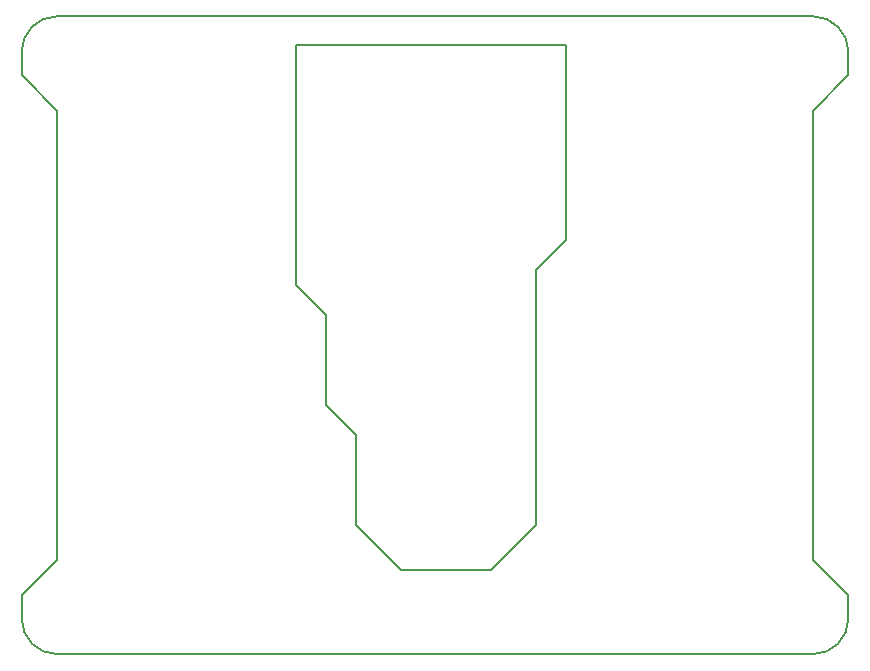
<source format=gbr>
G04 #@! TF.FileFunction,Profile,NP*
%FSLAX46Y46*%
G04 Gerber Fmt 4.6, Leading zero omitted, Abs format (unit mm)*
G04 Created by KiCad (PCBNEW 4.0.6) date 04/01/17 10:49:54*
%MOMM*%
%LPD*%
G01*
G04 APERTURE LIST*
%ADD10C,0.100000*%
%ADD11C,0.150000*%
G04 APERTURE END LIST*
D10*
D11*
X49530000Y-16510000D02*
X52070000Y-13970000D01*
X45720000Y-41910000D02*
X38100000Y-41910000D01*
X49530000Y-38100000D02*
X45720000Y-41910000D01*
X49530000Y-16510000D02*
X49530000Y-38100000D01*
X29210000Y-17780000D02*
X29210000Y2540000D01*
X31750000Y-20320000D02*
X29210000Y-17780000D01*
X31750000Y-27940000D02*
X31750000Y-20320000D01*
X34290000Y-30480000D02*
X31750000Y-27940000D01*
X34290000Y-38100000D02*
X34290000Y-30480000D01*
X38100000Y-41910000D02*
X34290000Y-38100000D01*
X52070000Y2540000D02*
X52070000Y-13970000D01*
X29210000Y2540000D02*
X52070000Y2540000D01*
X9000000Y-41000000D02*
X9000000Y-3000000D01*
X6000000Y-44000000D02*
X9000000Y-41000000D01*
X6000000Y-46000000D02*
X6000000Y-44000000D01*
X6000000Y0D02*
X9000000Y-3000000D01*
X73000000Y-3000000D02*
X76000000Y0D01*
X73000000Y-41000000D02*
X73000000Y-3000000D01*
X76000000Y-44000000D02*
X73000000Y-41000000D01*
X73000000Y-49000000D02*
X9000000Y-49000000D01*
X76000000Y-46000000D02*
X76000000Y-44000000D01*
X6000000Y2000000D02*
X6000000Y0D01*
X76000000Y2000000D02*
X76000000Y0D01*
X9000000Y5000000D02*
X73000000Y5000000D01*
X73000000Y-49000000D02*
G75*
G03X76000000Y-46000000I0J3000000D01*
G01*
X76000000Y2000000D02*
G75*
G03X73000000Y5000000I-3000000J0D01*
G01*
X9000000Y5000000D02*
G75*
G03X6000000Y2000000I0J-3000000D01*
G01*
X6000000Y-46000000D02*
G75*
G03X9000000Y-49000000I3000000J0D01*
G01*
M02*

</source>
